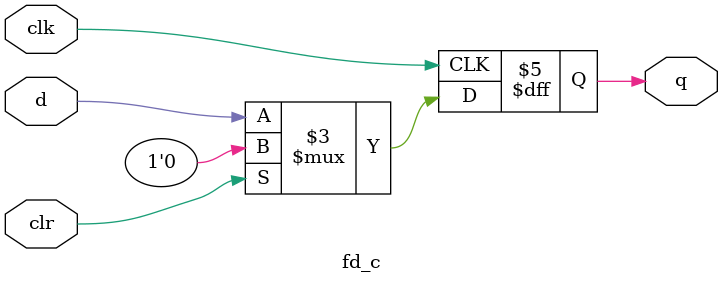
<source format=v>
`timescale 1ns / 1ps
module fd_c(q, clk, d, clr);
	input clk, clr, d;
	output reg q;
	always @(negedge clk)
	if (clr) q <= 0;
	else q <= d;
endmodule

</source>
